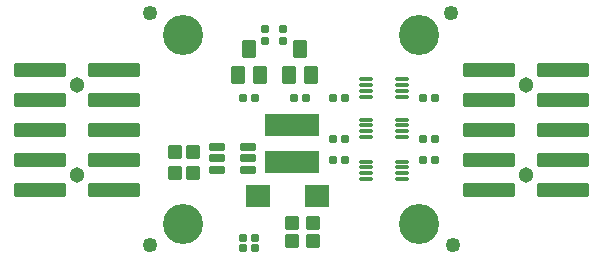
<source format=gbr>
%TF.GenerationSoftware,KiCad,Pcbnew,7.0.9-7.0.9~ubuntu22.04.1*%
%TF.CreationDate,2025-02-28T15:02:42+02:00*%
%TF.ProjectId,UEXT-3TO5V_Rev_A,55455854-2d33-4544-9f35-565f5265765f,A*%
%TF.SameCoordinates,PX68e7780PY76bb820*%
%TF.FileFunction,Soldermask,Top*%
%TF.FilePolarity,Negative*%
%FSLAX46Y46*%
G04 Gerber Fmt 4.6, Leading zero omitted, Abs format (unit mm)*
G04 Created by KiCad (PCBNEW 7.0.9-7.0.9~ubuntu22.04.1) date 2025-02-28 15:02:42*
%MOMM*%
%LPD*%
G01*
G04 APERTURE LIST*
G04 Aperture macros list*
%AMRoundRect*
0 Rectangle with rounded corners*
0 $1 Rounding radius*
0 $2 $3 $4 $5 $6 $7 $8 $9 X,Y pos of 4 corners*
0 Add a 4 corners polygon primitive as box body*
4,1,4,$2,$3,$4,$5,$6,$7,$8,$9,$2,$3,0*
0 Add four circle primitives for the rounded corners*
1,1,$1+$1,$2,$3*
1,1,$1+$1,$4,$5*
1,1,$1+$1,$6,$7*
1,1,$1+$1,$8,$9*
0 Add four rect primitives between the rounded corners*
20,1,$1+$1,$2,$3,$4,$5,0*
20,1,$1+$1,$4,$5,$6,$7,0*
20,1,$1+$1,$6,$7,$8,$9,0*
20,1,$1+$1,$8,$9,$2,$3,0*%
G04 Aperture macros list end*
%ADD10C,1.254000*%
%ADD11RoundRect,0.050800X0.250000X0.275000X-0.250000X0.275000X-0.250000X-0.275000X0.250000X-0.275000X0*%
%ADD12RoundRect,0.050800X-0.250000X-0.275000X0.250000X-0.275000X0.250000X0.275000X-0.250000X0.275000X0*%
%ADD13C,1.301600*%
%ADD14RoundRect,0.050800X2.125000X0.500000X-2.125000X0.500000X-2.125000X-0.500000X2.125000X-0.500000X0*%
%ADD15RoundRect,0.050800X0.508000X0.508000X-0.508000X0.508000X-0.508000X-0.508000X0.508000X-0.508000X0*%
%ADD16RoundRect,0.050800X-0.275000X0.250000X-0.275000X-0.250000X0.275000X-0.250000X0.275000X0.250000X0*%
%ADD17RoundRect,0.050800X0.275000X-0.250000X0.275000X0.250000X-0.275000X0.250000X-0.275000X-0.250000X0*%
%ADD18RoundRect,0.050800X0.500000X-0.125000X0.500000X0.125000X-0.500000X0.125000X-0.500000X-0.125000X0*%
%ADD19RoundRect,0.050800X0.600000X-0.275000X0.600000X0.275000X-0.600000X0.275000X-0.600000X-0.275000X0*%
%ADD20RoundRect,0.050800X1.000000X0.850000X-1.000000X0.850000X-1.000000X-0.850000X1.000000X-0.850000X0*%
%ADD21RoundRect,0.050800X-0.500000X0.700000X-0.500000X-0.700000X0.500000X-0.700000X0.500000X0.700000X0*%
%ADD22C,3.401601*%
%ADD23RoundRect,0.050800X2.250000X0.875000X-2.250000X0.875000X-2.250000X-0.875000X2.250000X-0.875000X0*%
%ADD24RoundRect,0.050800X-0.508000X0.508000X-0.508000X-0.508000X0.508000X-0.508000X0.508000X0.508000X0*%
%ADD25RoundRect,0.050800X-0.500000X0.125000X-0.500000X-0.125000X0.500000X-0.125000X0.500000X0.125000X0*%
G04 APERTURE END LIST*
D10*
%TO.C,FID4*%
X12174000Y1691000D03*
%TD*%
D11*
%TO.C,C6*%
X35288000Y14137000D03*
D12*
X36304000Y14137000D03*
%TD*%
D13*
%TO.C,UEXT_3V3*%
X6000000Y7690000D03*
X6000000Y15310000D03*
D14*
X9125000Y6420000D03*
X2875000Y6420000D03*
X9125000Y8960000D03*
X2875000Y8960000D03*
X9125000Y11500000D03*
X2875000Y11500000D03*
X9125000Y14040000D03*
X2875000Y14040000D03*
X9125000Y16580000D03*
X2875000Y16580000D03*
%TD*%
D15*
%TO.C,C10*%
X26017000Y2072000D03*
X24239000Y2072000D03*
%TD*%
D11*
%TO.C,R6*%
X20048000Y2326000D03*
D12*
X21064000Y2326000D03*
%TD*%
D16*
%TO.C,R3*%
X21953000Y18963000D03*
D17*
X21953000Y19979000D03*
%TD*%
D18*
%TO.C,U3*%
X33486000Y14276000D03*
X33486000Y14776000D03*
X33486000Y15276000D03*
X33486000Y15776000D03*
X30486000Y15776000D03*
X30486000Y15276000D03*
X30486000Y14776000D03*
X30486000Y14276000D03*
%TD*%
D19*
%TO.C,U4*%
X20459100Y8107000D03*
X20459100Y9057000D03*
X20459100Y10007000D03*
X17858900Y10007000D03*
X17858900Y9057000D03*
X17858900Y8107000D03*
%TD*%
D10*
%TO.C,FID3*%
X37828000Y1691000D03*
%TD*%
D20*
%TO.C,D1*%
X26358000Y5882000D03*
X21358000Y5882000D03*
%TD*%
D12*
%TO.C,R5*%
X21064000Y1437000D03*
D11*
X20048000Y1437000D03*
%TD*%
%TO.C,C4*%
X35288000Y8930000D03*
D12*
X36304000Y8930000D03*
%TD*%
%TO.C,R2*%
X25382000Y14137000D03*
D11*
X24366000Y14137000D03*
%TD*%
D12*
%TO.C,C5*%
X28684000Y14137000D03*
D11*
X27668000Y14137000D03*
%TD*%
%TO.C,C2*%
X35288000Y10708000D03*
D12*
X36304000Y10708000D03*
%TD*%
D10*
%TO.C,FID2*%
X37701000Y21376000D03*
%TD*%
D21*
%TO.C,FET1*%
X19606040Y16077560D03*
X21508500Y16077560D03*
X20553460Y18287360D03*
%TD*%
D15*
%TO.C,C9*%
X26017000Y3596000D03*
X24239000Y3596000D03*
%TD*%
D22*
%TO.C,MH1*%
X15000000Y19500000D03*
%TD*%
%TO.C,MH2*%
X15000000Y3500000D03*
%TD*%
%TO.C,MH3*%
X35000000Y3500000D03*
%TD*%
D18*
%TO.C,U1*%
X33486000Y10847000D03*
X33486000Y11347000D03*
X33486000Y11847000D03*
X33486000Y12347000D03*
X30486000Y12347000D03*
X30486000Y11847000D03*
X30486000Y11347000D03*
X30486000Y10847000D03*
%TD*%
D16*
%TO.C,R4*%
X23477000Y18963000D03*
D17*
X23477000Y19979000D03*
%TD*%
D11*
%TO.C,R1*%
X20048000Y14137000D03*
D12*
X21064000Y14137000D03*
%TD*%
D21*
%TO.C,FET2*%
X23924040Y16077560D03*
X25826500Y16077560D03*
X24871460Y18287360D03*
%TD*%
D23*
%TO.C,L1*%
X24239000Y8727000D03*
X24239000Y11927000D03*
%TD*%
D24*
%TO.C,C8*%
X15857000Y9565000D03*
X15857000Y7787000D03*
%TD*%
D25*
%TO.C,U2*%
X30486000Y8791000D03*
X30486000Y8291000D03*
X30486000Y7791000D03*
X30486000Y7291000D03*
X33486000Y7291000D03*
X33486000Y7791000D03*
X33486000Y8291000D03*
X33486000Y8791000D03*
%TD*%
D13*
%TO.C,UEXT_5V0*%
X44000000Y7690000D03*
X44000000Y15310000D03*
D14*
X47125000Y6420000D03*
X40875000Y6420000D03*
X47125000Y8960000D03*
X40875000Y8960000D03*
X47125000Y11500000D03*
X40875000Y11500000D03*
X47125000Y14040000D03*
X40875000Y14040000D03*
X47125000Y16580000D03*
X40875000Y16580000D03*
%TD*%
D22*
%TO.C,MH4*%
X35000000Y19500000D03*
%TD*%
D12*
%TO.C,C1*%
X28684000Y10708000D03*
D11*
X27668000Y10708000D03*
%TD*%
D12*
%TO.C,C3*%
X28684000Y8930000D03*
D11*
X27668000Y8930000D03*
%TD*%
D10*
%TO.C,FID1*%
X12174000Y21376000D03*
%TD*%
D24*
%TO.C,C7*%
X14333000Y9565000D03*
X14333000Y7787000D03*
%TD*%
M02*

</source>
